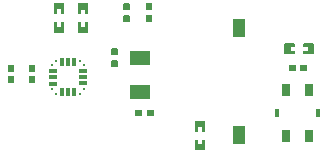
<source format=gtp>
G04*
G04 #@! TF.GenerationSoftware,Altium Limited,Altium Designer,23.9.2 (47)*
G04*
G04 Layer_Color=8421504*
%FSLAX44Y44*%
%MOMM*%
G71*
G04*
G04 #@! TF.SameCoordinates,85ECA5C9-4B9F-4046-87AE-3E16AE89CDA1*
G04*
G04*
G04 #@! TF.FilePolarity,Positive*
G04*
G01*
G75*
%ADD12R,1.8000X1.3000*%
%ADD13O,0.2545X0.1494*%
%ADD14O,0.2546X0.1494*%
%ADD15O,0.1494X0.2550*%
%ADD16R,0.7000X0.3000*%
%ADD17O,0.1800X0.3000*%
%ADD18R,0.3000X0.7000*%
%ADD19R,0.3000X0.7000*%
%ADD20R,1.1000X1.5000*%
%ADD21R,0.4000X0.7000*%
%ADD22R,0.7000X1.1000*%
G36*
X1177500Y1000440D02*
Y995640D01*
X1177000Y994940D01*
X1172500D01*
X1172000Y995640D01*
Y1000440D01*
X1172500Y1000940D01*
X1177000D01*
X1177500Y1000440D01*
D02*
G37*
G36*
X1158450D02*
Y995640D01*
X1157950Y994940D01*
X1153450D01*
X1152950Y995640D01*
Y1000440D01*
X1153450Y1000940D01*
X1157950D01*
X1158450Y1000440D01*
D02*
G37*
G36*
X1103050Y1000386D02*
Y992486D01*
X1102550Y991986D01*
X1100270D01*
Y995786D01*
X1096970D01*
Y991986D01*
X1094550D01*
X1094050Y992486D01*
Y1000386D01*
X1094550Y1000886D01*
X1102550D01*
X1103050Y1000386D01*
D02*
G37*
G36*
X1123253Y1000386D02*
Y992386D01*
X1122754Y991886D01*
X1120333D01*
Y995586D01*
X1117033D01*
Y991886D01*
X1114754D01*
X1114253Y992386D01*
Y1000386D01*
X1114754Y1000886D01*
X1122754D01*
X1123253Y1000386D01*
D02*
G37*
G36*
X1177500Y990640D02*
Y985840D01*
X1177000Y985340D01*
X1172500D01*
X1172000Y985840D01*
Y990640D01*
X1172500Y991340D01*
X1177000D01*
X1177500Y990640D01*
D02*
G37*
G36*
X1158450D02*
Y985840D01*
X1157950Y985340D01*
X1153450D01*
X1152950Y985840D01*
Y990640D01*
X1153450Y991340D01*
X1157950D01*
X1158450Y990640D01*
D02*
G37*
G36*
X1103050Y984486D02*
Y976486D01*
X1102550Y975986D01*
X1094550D01*
X1094050Y976486D01*
Y984486D01*
X1094550Y984986D01*
X1096970D01*
Y981286D01*
X1100270D01*
Y984986D01*
X1102550D01*
X1103050Y984486D01*
D02*
G37*
G36*
X1123253Y984386D02*
Y976487D01*
X1122754Y975986D01*
X1114754D01*
X1114253Y976487D01*
Y984386D01*
X1114754Y984886D01*
X1117033D01*
Y981086D01*
X1120333D01*
Y984886D01*
X1122754D01*
X1123253Y984386D01*
D02*
G37*
G36*
X1314200Y966660D02*
Y958660D01*
X1313700Y958160D01*
X1305800D01*
X1305300Y958660D01*
Y960940D01*
X1309100D01*
Y964240D01*
X1305300D01*
Y966660D01*
X1305800Y967160D01*
X1313700D01*
X1314200Y966660D01*
D02*
G37*
G36*
X1298300D02*
Y964240D01*
X1294600D01*
Y960940D01*
X1298300D01*
Y958660D01*
X1297800Y958160D01*
X1289800D01*
X1289300Y958660D01*
Y966660D01*
X1289800Y967160D01*
X1297800D01*
X1298300Y966660D01*
D02*
G37*
G36*
X1148290Y962340D02*
Y957540D01*
X1147790Y956840D01*
X1143290D01*
X1142790Y957540D01*
Y962340D01*
X1143290Y962840D01*
X1147790D01*
X1148290Y962340D01*
D02*
G37*
G36*
Y952540D02*
Y947740D01*
X1147790Y947240D01*
X1143290D01*
X1142790Y947740D01*
Y952540D01*
X1143290Y953240D01*
X1147790D01*
X1148290Y952540D01*
D02*
G37*
G36*
X1308651Y948400D02*
Y943900D01*
X1308151Y943400D01*
X1303351D01*
X1302651Y943900D01*
Y948400D01*
X1303351Y948900D01*
X1308151D01*
X1308651Y948400D01*
D02*
G37*
G36*
X1299051D02*
Y943900D01*
X1298351Y943400D01*
X1293551D01*
X1293051Y943900D01*
Y948400D01*
X1293551Y948900D01*
X1298351D01*
X1299051Y948400D01*
D02*
G37*
G36*
X1078440Y948370D02*
Y943570D01*
X1077940Y942870D01*
X1073440D01*
X1072940Y943570D01*
Y948370D01*
X1073440Y948870D01*
X1077940D01*
X1078440Y948370D01*
D02*
G37*
G36*
X1060660D02*
Y943570D01*
X1060160Y942870D01*
X1055660D01*
X1055160Y943570D01*
Y948370D01*
X1055660Y948870D01*
X1060160D01*
X1060660Y948370D01*
D02*
G37*
G36*
X1078440Y938570D02*
Y933770D01*
X1077940Y933270D01*
X1073440D01*
X1072940Y933770D01*
Y938570D01*
X1073440Y939270D01*
X1077940D01*
X1078440Y938570D01*
D02*
G37*
G36*
X1060660D02*
Y933770D01*
X1060160Y933270D01*
X1055660D01*
X1055160Y933770D01*
Y938570D01*
X1055660Y939270D01*
X1060160D01*
X1060660Y938570D01*
D02*
G37*
G36*
X1178740Y910300D02*
Y905800D01*
X1178240Y905300D01*
X1173440D01*
X1172740Y905800D01*
Y910300D01*
X1173440Y910800D01*
X1178240D01*
X1178740Y910300D01*
D02*
G37*
G36*
X1169140D02*
Y905800D01*
X1168440Y905300D01*
X1163640D01*
X1163140Y905800D01*
Y910300D01*
X1163640Y910800D01*
X1168440D01*
X1169140Y910300D01*
D02*
G37*
G36*
X1222430Y900950D02*
Y892950D01*
X1221930Y892450D01*
X1219510D01*
Y896150D01*
X1216210D01*
Y892450D01*
X1213930D01*
X1213430Y892950D01*
Y900950D01*
X1213930Y901450D01*
X1221930D01*
X1222430Y900950D01*
D02*
G37*
G36*
Y884950D02*
Y877050D01*
X1221930Y876550D01*
X1213930D01*
X1213430Y877050D01*
Y884950D01*
X1213930Y885450D01*
X1216210D01*
Y881650D01*
X1219510D01*
Y885450D01*
X1221930D01*
X1222430Y884950D01*
D02*
G37*
D12*
X1167130Y954989D02*
D03*
Y925830D02*
D03*
D13*
X1119422Y928551D02*
D03*
X1092963Y948520D02*
D03*
X1119412Y948535D02*
D03*
D14*
X1092917Y928520D02*
D03*
D15*
X1116181Y951774D02*
D03*
D16*
X1119176Y938530D02*
D03*
Y933529D02*
D03*
X1093047Y933029D02*
D03*
X1093176Y938530D02*
D03*
Y943529D02*
D03*
X1119176D02*
D03*
D17*
X1096176Y952531D02*
D03*
Y924530D02*
D03*
X1116176D02*
D03*
D18*
X1111177Y925530D02*
D03*
D19*
X1106179D02*
D03*
X1101177D02*
D03*
Y951530D02*
D03*
X1106179D02*
D03*
X1111177D02*
D03*
D20*
X1250950Y889720D02*
D03*
Y979720D02*
D03*
D21*
X1282929Y908050D02*
D03*
X1318030D02*
D03*
D22*
X1310479Y927550D02*
D03*
Y888550D02*
D03*
X1290479Y927550D02*
D03*
Y888550D02*
D03*
M02*

</source>
